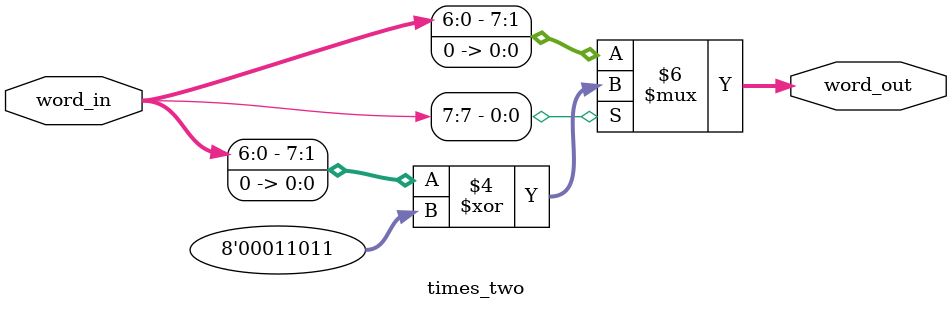
<source format=v>
`timescale 1ns / 1ps


module times_two(word_in, word_out);

    input [7:0] word_in;
    output reg [7:0] word_out;
    
    always @(*) begin
        // shift left 1 bit
        word_out = word_in << 1;
    
        if (word_in[7] == 1'b1) begin
            word_out = word_out ^ 8'h1B;
        end
    end

endmodule

</source>
